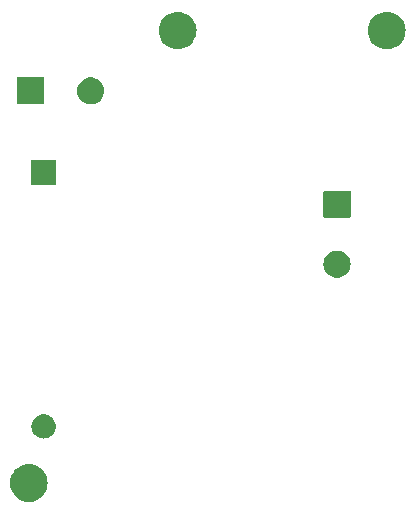
<source format=gbs>
G04 #@! TF.GenerationSoftware,KiCad,Pcbnew,7.0.10*
G04 #@! TF.CreationDate,2024-11-08T09:50:35-05:00*
G04 #@! TF.ProjectId,Novel Mechanism 2 Board,4e6f7665-6c20-44d6-9563-68616e69736d,rev?*
G04 #@! TF.SameCoordinates,Original*
G04 #@! TF.FileFunction,Soldermask,Bot*
G04 #@! TF.FilePolarity,Negative*
%FSLAX46Y46*%
G04 Gerber Fmt 4.6, Leading zero omitted, Abs format (unit mm)*
G04 Created by KiCad (PCBNEW 7.0.10) date 2024-11-08 09:50:35*
%MOMM*%
%LPD*%
G01*
G04 APERTURE LIST*
G04 APERTURE END LIST*
G36*
X123300295Y-85369699D02*
G01*
X123544427Y-85428310D01*
X123776385Y-85524390D01*
X123990456Y-85655573D01*
X124181371Y-85818629D01*
X124344427Y-86009544D01*
X124475610Y-86223615D01*
X124571690Y-86455573D01*
X124630301Y-86699705D01*
X124650000Y-86950000D01*
X124630301Y-87200295D01*
X124571690Y-87444427D01*
X124475610Y-87676385D01*
X124344427Y-87890456D01*
X124181371Y-88081371D01*
X123990456Y-88244427D01*
X123776385Y-88375610D01*
X123544427Y-88471690D01*
X123300295Y-88530301D01*
X123050000Y-88550000D01*
X122799705Y-88530301D01*
X122555573Y-88471690D01*
X122323615Y-88375610D01*
X122109544Y-88244427D01*
X121918629Y-88081371D01*
X121755573Y-87890456D01*
X121624390Y-87676385D01*
X121528310Y-87444427D01*
X121469699Y-87200295D01*
X121450000Y-86950000D01*
X121469699Y-86699705D01*
X121528310Y-86455573D01*
X121624390Y-86223615D01*
X121755573Y-86009544D01*
X121918629Y-85818629D01*
X122109544Y-85655573D01*
X122323615Y-85524390D01*
X122555573Y-85428310D01*
X122799705Y-85369699D01*
X123050000Y-85350000D01*
X123300295Y-85369699D01*
G37*
G36*
X124346725Y-81146452D02*
G01*
X124394895Y-81146452D01*
X124448539Y-81156479D01*
X124500689Y-81161616D01*
X124540305Y-81173633D01*
X124581457Y-81181326D01*
X124638455Y-81203406D01*
X124693666Y-81220155D01*
X124725209Y-81237015D01*
X124758438Y-81249888D01*
X124816168Y-81285633D01*
X124871515Y-81315217D01*
X124894773Y-81334304D01*
X124919799Y-81349800D01*
X124975253Y-81400352D01*
X125027401Y-81443149D01*
X125042851Y-81461976D01*
X125060061Y-81477664D01*
X125110018Y-81543818D01*
X125155333Y-81599035D01*
X125164096Y-81615430D01*
X125174435Y-81629121D01*
X125215573Y-81711736D01*
X125250395Y-81776884D01*
X125254108Y-81789124D01*
X125259035Y-81799019D01*
X125288137Y-81901304D01*
X125308934Y-81969861D01*
X125309617Y-81976797D01*
X125310973Y-81981563D01*
X125325066Y-82133660D01*
X125328700Y-82170550D01*
X125325066Y-82207442D01*
X125310973Y-82359536D01*
X125309617Y-82364300D01*
X125308934Y-82371239D01*
X125288133Y-82439810D01*
X125259035Y-82542080D01*
X125254108Y-82551972D01*
X125250395Y-82564216D01*
X125215565Y-82629376D01*
X125174435Y-82711978D01*
X125164098Y-82725665D01*
X125155333Y-82742065D01*
X125110008Y-82797292D01*
X125060061Y-82863435D01*
X125042855Y-82879119D01*
X125027401Y-82897951D01*
X124975242Y-82940756D01*
X124919799Y-82991299D01*
X124894778Y-83006791D01*
X124871515Y-83025883D01*
X124816156Y-83055472D01*
X124758438Y-83091211D01*
X124725216Y-83104080D01*
X124693666Y-83120945D01*
X124638443Y-83137696D01*
X124581457Y-83159773D01*
X124540312Y-83167464D01*
X124500689Y-83179484D01*
X124448536Y-83184620D01*
X124394895Y-83194648D01*
X124346725Y-83194648D01*
X124300000Y-83199250D01*
X124253275Y-83194648D01*
X124205105Y-83194648D01*
X124151463Y-83184620D01*
X124099311Y-83179484D01*
X124059688Y-83167464D01*
X124018542Y-83159773D01*
X123961552Y-83137695D01*
X123906334Y-83120945D01*
X123874785Y-83104082D01*
X123841561Y-83091211D01*
X123783835Y-83055468D01*
X123728485Y-83025883D01*
X123705224Y-83006794D01*
X123680200Y-82991299D01*
X123624747Y-82940748D01*
X123572599Y-82897951D01*
X123557147Y-82879123D01*
X123539938Y-82863435D01*
X123489978Y-82797277D01*
X123444667Y-82742065D01*
X123435903Y-82725670D01*
X123425564Y-82711978D01*
X123384419Y-82629349D01*
X123349605Y-82564216D01*
X123345892Y-82551977D01*
X123340964Y-82542080D01*
X123311850Y-82439757D01*
X123291066Y-82371239D01*
X123290383Y-82364305D01*
X123289026Y-82359536D01*
X123274916Y-82207270D01*
X123271300Y-82170550D01*
X123274916Y-82133832D01*
X123289026Y-81981563D01*
X123290383Y-81976792D01*
X123291066Y-81969861D01*
X123311846Y-81901357D01*
X123340964Y-81799019D01*
X123345893Y-81789119D01*
X123349605Y-81776884D01*
X123384412Y-81711764D01*
X123425564Y-81629121D01*
X123435905Y-81615426D01*
X123444667Y-81599035D01*
X123489969Y-81543833D01*
X123539938Y-81477664D01*
X123557151Y-81461972D01*
X123572599Y-81443149D01*
X123624736Y-81400360D01*
X123680200Y-81349800D01*
X123705229Y-81334301D01*
X123728485Y-81315217D01*
X123783824Y-81285637D01*
X123841561Y-81249888D01*
X123874792Y-81237014D01*
X123906334Y-81220155D01*
X123961540Y-81203408D01*
X124018542Y-81181326D01*
X124059695Y-81173633D01*
X124099311Y-81161616D01*
X124151459Y-81156479D01*
X124205105Y-81146452D01*
X124253275Y-81146452D01*
X124300000Y-81141850D01*
X124346725Y-81146452D01*
G37*
G36*
X149462760Y-67331977D02*
G01*
X149660991Y-67408772D01*
X149841735Y-67520684D01*
X149998838Y-67663903D01*
X150126950Y-67833550D01*
X150221708Y-68023850D01*
X150279885Y-68228321D01*
X150299500Y-68440000D01*
X150279885Y-68651679D01*
X150221708Y-68856150D01*
X150126950Y-69046450D01*
X149998838Y-69216097D01*
X149841735Y-69359316D01*
X149660991Y-69471228D01*
X149462760Y-69548023D01*
X149253793Y-69587086D01*
X149041207Y-69587086D01*
X148832240Y-69548023D01*
X148634009Y-69471228D01*
X148453265Y-69359316D01*
X148296162Y-69216097D01*
X148168050Y-69046450D01*
X148073292Y-68856150D01*
X148015115Y-68651679D01*
X147995500Y-68440000D01*
X148015115Y-68228321D01*
X148073292Y-68023850D01*
X148168050Y-67833550D01*
X148296162Y-67663903D01*
X148453265Y-67520684D01*
X148634009Y-67408772D01*
X148832240Y-67331977D01*
X149041207Y-67292914D01*
X149253793Y-67292914D01*
X149462760Y-67331977D01*
G37*
G36*
X150236534Y-62215764D02*
G01*
X150269625Y-62237875D01*
X150291736Y-62270966D01*
X150299500Y-62310000D01*
X150299500Y-64410000D01*
X150291736Y-64449034D01*
X150269625Y-64482125D01*
X150236534Y-64504236D01*
X150197500Y-64512000D01*
X148097500Y-64512000D01*
X148058466Y-64504236D01*
X148025375Y-64482125D01*
X148003264Y-64449034D01*
X147995500Y-64410000D01*
X147995500Y-62310000D01*
X148003264Y-62270966D01*
X148025375Y-62237875D01*
X148058466Y-62215764D01*
X148097500Y-62208000D01*
X150197500Y-62208000D01*
X150236534Y-62215764D01*
G37*
G36*
X125328700Y-61710850D02*
G01*
X123271300Y-61710850D01*
X123271300Y-59653450D01*
X125328700Y-59653450D01*
X125328700Y-61710850D01*
G37*
G36*
X124301534Y-52608264D02*
G01*
X124334625Y-52630375D01*
X124356736Y-52663466D01*
X124364500Y-52702500D01*
X124364500Y-54802500D01*
X124356736Y-54841534D01*
X124334625Y-54874625D01*
X124301534Y-54896736D01*
X124262500Y-54904500D01*
X122162500Y-54904500D01*
X122123466Y-54896736D01*
X122090375Y-54874625D01*
X122068264Y-54841534D01*
X122060500Y-54802500D01*
X122060500Y-52702500D01*
X122068264Y-52663466D01*
X122090375Y-52630375D01*
X122123466Y-52608264D01*
X122162500Y-52600500D01*
X124262500Y-52600500D01*
X124301534Y-52608264D01*
G37*
G36*
X128607760Y-52644477D02*
G01*
X128805991Y-52721272D01*
X128986735Y-52833184D01*
X129143838Y-52976403D01*
X129271950Y-53146050D01*
X129366708Y-53336350D01*
X129424885Y-53540821D01*
X129444500Y-53752500D01*
X129424885Y-53964179D01*
X129366708Y-54168650D01*
X129271950Y-54358950D01*
X129143838Y-54528597D01*
X128986735Y-54671816D01*
X128805991Y-54783728D01*
X128607760Y-54860523D01*
X128398793Y-54899586D01*
X128186207Y-54899586D01*
X127977240Y-54860523D01*
X127779009Y-54783728D01*
X127598265Y-54671816D01*
X127441162Y-54528597D01*
X127313050Y-54358950D01*
X127218292Y-54168650D01*
X127160115Y-53964179D01*
X127140500Y-53752500D01*
X127160115Y-53540821D01*
X127218292Y-53336350D01*
X127313050Y-53146050D01*
X127441162Y-52976403D01*
X127598265Y-52833184D01*
X127779009Y-52721272D01*
X127977240Y-52644477D01*
X128186207Y-52605414D01*
X128398793Y-52605414D01*
X128607760Y-52644477D01*
G37*
G36*
X135900295Y-47069699D02*
G01*
X136144427Y-47128310D01*
X136376385Y-47224390D01*
X136590456Y-47355573D01*
X136781371Y-47518629D01*
X136944427Y-47709544D01*
X137075610Y-47923615D01*
X137171690Y-48155573D01*
X137230301Y-48399705D01*
X137250000Y-48650000D01*
X137230301Y-48900295D01*
X137171690Y-49144427D01*
X137075610Y-49376385D01*
X136944427Y-49590456D01*
X136781371Y-49781371D01*
X136590456Y-49944427D01*
X136376385Y-50075610D01*
X136144427Y-50171690D01*
X135900295Y-50230301D01*
X135650000Y-50250000D01*
X135399705Y-50230301D01*
X135155573Y-50171690D01*
X134923615Y-50075610D01*
X134709544Y-49944427D01*
X134518629Y-49781371D01*
X134355573Y-49590456D01*
X134224390Y-49376385D01*
X134128310Y-49144427D01*
X134069699Y-48900295D01*
X134050000Y-48650000D01*
X134069699Y-48399705D01*
X134128310Y-48155573D01*
X134224390Y-47923615D01*
X134355573Y-47709544D01*
X134518629Y-47518629D01*
X134709544Y-47355573D01*
X134923615Y-47224390D01*
X135155573Y-47128310D01*
X135399705Y-47069699D01*
X135650000Y-47050000D01*
X135900295Y-47069699D01*
G37*
G36*
X153600295Y-47069699D02*
G01*
X153844427Y-47128310D01*
X154076385Y-47224390D01*
X154290456Y-47355573D01*
X154481371Y-47518629D01*
X154644427Y-47709544D01*
X154775610Y-47923615D01*
X154871690Y-48155573D01*
X154930301Y-48399705D01*
X154950000Y-48650000D01*
X154930301Y-48900295D01*
X154871690Y-49144427D01*
X154775610Y-49376385D01*
X154644427Y-49590456D01*
X154481371Y-49781371D01*
X154290456Y-49944427D01*
X154076385Y-50075610D01*
X153844427Y-50171690D01*
X153600295Y-50230301D01*
X153350000Y-50250000D01*
X153099705Y-50230301D01*
X152855573Y-50171690D01*
X152623615Y-50075610D01*
X152409544Y-49944427D01*
X152218629Y-49781371D01*
X152055573Y-49590456D01*
X151924390Y-49376385D01*
X151828310Y-49144427D01*
X151769699Y-48900295D01*
X151750000Y-48650000D01*
X151769699Y-48399705D01*
X151828310Y-48155573D01*
X151924390Y-47923615D01*
X152055573Y-47709544D01*
X152218629Y-47518629D01*
X152409544Y-47355573D01*
X152623615Y-47224390D01*
X152855573Y-47128310D01*
X153099705Y-47069699D01*
X153350000Y-47050000D01*
X153600295Y-47069699D01*
G37*
M02*

</source>
